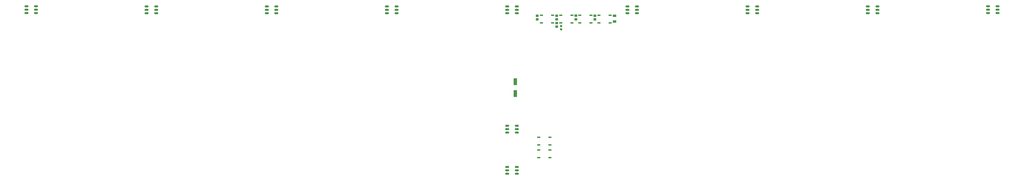
<source format=gtp>
G04 Layer_Color=8421504*
%FSLAX25Y25*%
%MOIN*%
G70*
G01*
G75*
%ADD17R,0.06000X0.03000*%
%ADD18R,0.07087X0.13583*%
%ADD19R,0.05512X0.04724*%
%ADD20R,0.03937X0.03937*%
%ADD21R,0.07087X0.05118*%
G04:AMPARAMS|DCode=22|XSize=78.74mil|YSize=43.31mil|CornerRadius=21.66mil|HoleSize=0mil|Usage=FLASHONLY|Rotation=0.000|XOffset=0mil|YOffset=0mil|HoleType=Round|Shape=RoundedRectangle|*
%AMROUNDEDRECTD22*
21,1,0.07874,0.00000,0,0,0.0*
21,1,0.03543,0.04331,0,0,0.0*
1,1,0.04331,0.01772,0.00000*
1,1,0.04331,-0.01772,0.00000*
1,1,0.04331,-0.01772,0.00000*
1,1,0.04331,0.01772,0.00000*
%
%ADD22ROUNDEDRECTD22*%
D17*
X1059000Y-208200D02*
D03*
X1037000D02*
D03*
X1059000Y-193200D02*
D03*
X1037000D02*
D03*
Y-168200D02*
D03*
X1059000D02*
D03*
X1037000Y-183200D02*
D03*
X1059000D02*
D03*
X1042500Y71800D02*
D03*
X1064500D02*
D03*
X1042500Y56800D02*
D03*
X1064500D02*
D03*
X1080500Y71800D02*
D03*
X1102500D02*
D03*
X1080500Y56800D02*
D03*
X1102500D02*
D03*
X1117900Y71900D02*
D03*
X1139900D02*
D03*
X1117900Y56900D02*
D03*
X1139900D02*
D03*
X1155500Y71800D02*
D03*
X1177500D02*
D03*
X1155500Y56800D02*
D03*
X1177500D02*
D03*
D18*
X991200Y-58986D02*
D03*
Y-82214D02*
D03*
D19*
X1072500Y56343D02*
D03*
Y49257D02*
D03*
X1034000Y63757D02*
D03*
Y70843D02*
D03*
X1072500Y70843D02*
D03*
Y63757D02*
D03*
X1110000Y70943D02*
D03*
Y63857D02*
D03*
X1147500Y70843D02*
D03*
Y63757D02*
D03*
D20*
X1081000Y50450D02*
D03*
Y44150D02*
D03*
D21*
X1186000Y59291D02*
D03*
Y70709D02*
D03*
D22*
X994047Y-145605D02*
D03*
Y-152298D02*
D03*
Y-158991D02*
D03*
X975149D02*
D03*
Y-152298D02*
D03*
Y-145605D02*
D03*
X994047Y-226507D02*
D03*
Y-233200D02*
D03*
Y-239893D02*
D03*
X975149D02*
D03*
Y-233200D02*
D03*
Y-226507D02*
D03*
X1938914Y89493D02*
D03*
Y82800D02*
D03*
Y76107D02*
D03*
X1920016D02*
D03*
Y82800D02*
D03*
Y89493D02*
D03*
X1702693Y89194D02*
D03*
Y82501D02*
D03*
Y75808D02*
D03*
X1683795D02*
D03*
Y82501D02*
D03*
Y89194D02*
D03*
X1466473D02*
D03*
Y82501D02*
D03*
Y75808D02*
D03*
X1447575D02*
D03*
Y82501D02*
D03*
Y89194D02*
D03*
X1230252D02*
D03*
Y82501D02*
D03*
Y75808D02*
D03*
X1211354D02*
D03*
Y82501D02*
D03*
Y89194D02*
D03*
X994032D02*
D03*
Y82501D02*
D03*
Y75808D02*
D03*
X975134D02*
D03*
Y82501D02*
D03*
Y89194D02*
D03*
X757811D02*
D03*
Y82501D02*
D03*
Y75808D02*
D03*
X738913D02*
D03*
Y82501D02*
D03*
Y89194D02*
D03*
X521591D02*
D03*
Y82501D02*
D03*
Y75808D02*
D03*
X502693D02*
D03*
Y82501D02*
D03*
Y89194D02*
D03*
X285370D02*
D03*
Y82501D02*
D03*
Y75808D02*
D03*
X266472D02*
D03*
Y82501D02*
D03*
Y89194D02*
D03*
X49248Y89555D02*
D03*
Y82862D02*
D03*
Y76169D02*
D03*
X30350D02*
D03*
Y82862D02*
D03*
Y89555D02*
D03*
M02*

</source>
